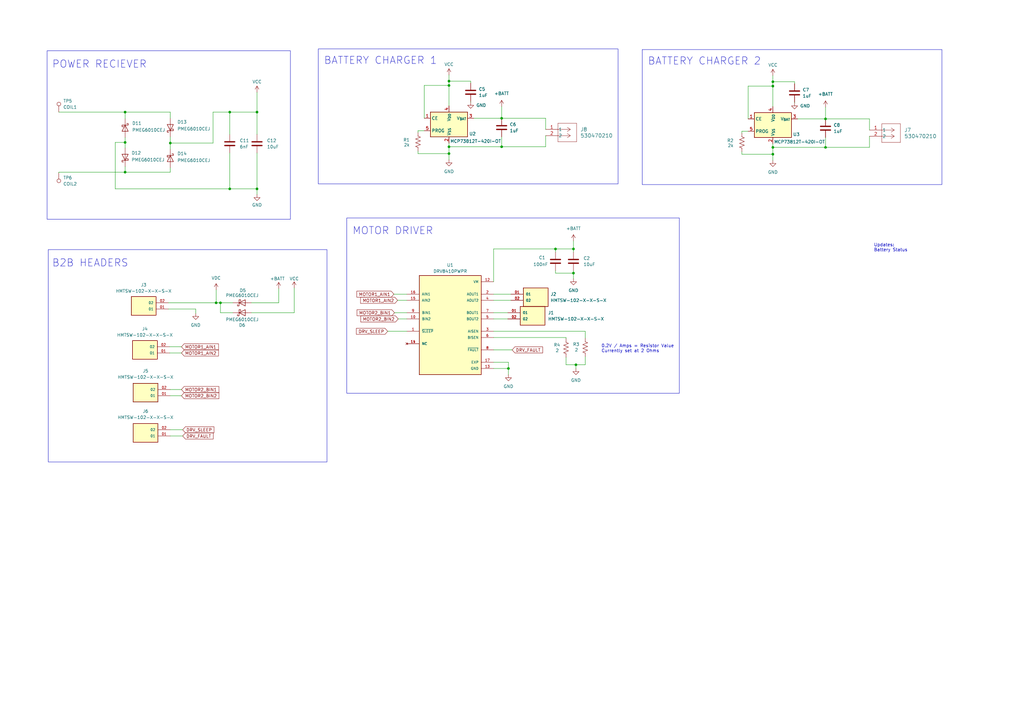
<source format=kicad_sch>
(kicad_sch (version 20230121) (generator eeschema)
  (paper "A3")
  (lib_symbols
    (symbol "53047-0210:530470210" (pin_names (offset 0.254))
      (property "Reference" "J" (at 8.89 6.35 0))
      (property "Value" "530470210" (at 0 0 0))
      (symbol "530470210_1_1"
        (polyline (pts (xy 5.08 -5.08) (xy 12.7 -5.08)) (stroke (width 0.127)))
        (polyline (pts (xy 5.08 2.54) (xy 5.08 -5.08)) (stroke (width 0.127)))
        (polyline (pts (xy 10.16 -2.54) (xy 5.08 -2.54)) (stroke (width 0.127)))
        (polyline (pts (xy 10.16 -2.54) (xy 8.89 -3.3867)) (stroke (width 0.127)))
        (polyline (pts (xy 10.16 -2.54) (xy 8.89 -1.6933)) (stroke (width 0.127)))
        (polyline (pts (xy 10.16 0) (xy 5.08 0)) (stroke (width 0.127)))
        (polyline (pts (xy 10.16 0) (xy 8.89 -0.8467)) (stroke (width 0.127)))
        (polyline (pts (xy 10.16 0) (xy 8.89 0.8467)) (stroke (width 0.127)))
        (polyline (pts (xy 12.7 -5.08) (xy 12.7 2.54)) (stroke (width 0.127)))
        (polyline (pts (xy 12.7 2.54) (xy 5.08 2.54)) (stroke (width 0.127)))
        (pin unspecified line (at 0 0 0) (length 5.08) (name "1") (number "1"))
        (pin unspecified line (at 0 -2.54 0) (length 5.08) (name "2") (number "2"))
      )
      (symbol "530470210_1_2"
        (polyline (pts (xy 5.08 -5.08) (xy 12.7 -5.08)) (stroke (width 0.127)))
        (polyline (pts (xy 5.08 2.54) (xy 5.08 -5.08)) (stroke (width 0.127)))
        (polyline (pts (xy 7.62 -2.54) (xy 5.08 -2.54)) (stroke (width 0.127)))
        (polyline (pts (xy 7.62 -2.54) (xy 8.89 -3.3867)) (stroke (width 0.127)))
        (polyline (pts (xy 7.62 -2.54) (xy 8.89 -1.6933)) (stroke (width 0.127)))
        (polyline (pts (xy 7.62 0) (xy 5.08 0)) (stroke (width 0.127)))
        (polyline (pts (xy 7.62 0) (xy 8.89 -0.8467)) (stroke (width 0.127)))
        (polyline (pts (xy 7.62 0) (xy 8.89 0.8467)) (stroke (width 0.127)))
        (polyline (pts (xy 12.7 -5.08) (xy 12.7 2.54)) (stroke (width 0.127)))
        (polyline (pts (xy 12.7 2.54) (xy 5.08 2.54)) (stroke (width 0.127)))
        (pin unspecified line (at 0 0 0) (length 5.08) (name "1") (number "1"))
        (pin unspecified line (at 0 -2.54 0) (length 5.08) (name "2") (number "2"))
      )
    )
    (symbol "Battery_Management:MCP73812T-420I-OT"
      (property "Reference" "U" (at -6.35 6.35 0))
      (property "Value" "MCP73812T-420I-OT" (at 1.27 6.35 0))
      (symbol "MCP73812T-420I-OT_0_1"
        (rectangle (start -7.62 5.08) (end 7.62 -5.08) (stroke (width 0.254)) (fill (type background)))
      )
      (symbol "MCP73812T-420I-OT_1_1"
        (pin input line (at -10.16 2.54 0) (length 2.54) (name "CE") (number "1"))
        (pin power_in line (at 0 -7.62 90) (length 2.54) (name "V_{SS}") (number "2"))
        (pin power_out line (at 10.16 2.54 180) (length 2.54) (name "V_{BAT}") (number "3"))
        (pin power_in line (at 0 7.62 270) (length 2.54) (name "V_{DD}") (number "4"))
        (pin input line (at -10.16 -2.54 0) (length 2.54) (name "PROG") (number "5"))
      )
    )
    (symbol "Connector:TestPoint" (pin_numbers hide) (pin_names (offset 0.762) hide)
      (property "Reference" "TP" (at 0 6.858 0))
      (property "Value" "TestPoint" (at 0 5.08 0))
      (symbol "TestPoint_0_1"
        (circle (center 0 3.302) (radius 0.762))
      )
      (symbol "TestPoint_1_1"
        (pin passive line (at 0 0 90) (length 2.54) (name "1") (number "1"))
      )
    )
    (symbol "DRV8410PWPR:DRV8410PWPR" (pin_names (offset 1.016))
      (property "Reference" "U" (at -12.7 21.082 0))
      (property "Value" "DRV8410PWPR" (at -12.7 -22.86 0))
      (symbol "DRV8410PWPR_0_0"
        (rectangle (start -12.7 -20.32) (end 12.7 20.32) (stroke (width 0.254)) (fill (type background)))
        (pin input line (at -17.78 -2.54 0) (length 5.08) (name "~{SLEEP}") (number "1"))
        (pin input line (at -17.78 2.54 0) (length 5.08) (name "BIN2") (number "10"))
        (pin no_connect line (at -17.78 -7.62 0) (length 5.08) (name "NC") (number "11"))
        (pin power_in line (at 17.78 17.78 180) (length 5.08) (name "VM") (number "12"))
        (pin power_in line (at 17.78 -17.78 180) (length 5.08) (name "GND") (number "13"))
        (pin no_connect line (at -17.78 -7.62 0) (length 5.08) (name "NC") (number "14"))
        (pin input line (at -17.78 10.16 0) (length 5.08) (name "AIN2") (number "15"))
        (pin input line (at -17.78 12.7 0) (length 5.08) (name "AIN1") (number "16"))
        (pin power_in line (at 17.78 -15.24 180) (length 5.08) (name "EXP") (number "17"))
        (pin output line (at 17.78 12.7 180) (length 5.08) (name "AOUT1") (number "2"))
        (pin output line (at 17.78 -2.54 180) (length 5.08) (name "AISEN") (number "3"))
        (pin output line (at 17.78 10.16 180) (length 5.08) (name "AOUT2") (number "4"))
        (pin output line (at 17.78 2.54 180) (length 5.08) (name "BOUT2") (number "5"))
        (pin output line (at 17.78 -5.08 180) (length 5.08) (name "BISEN") (number "6"))
        (pin output line (at 17.78 5.08 180) (length 5.08) (name "BOUT1") (number "7"))
        (pin output line (at 17.78 -10.16 180) (length 5.08) (name "~{FAULT}") (number "8"))
        (pin input line (at -17.78 5.08 0) (length 5.08) (name "BIN1") (number "9"))
      )
    )
    (symbol "Device:C" (pin_numbers hide) (pin_names (offset 0.254))
      (property "Reference" "C" (at 0.635 2.54 0))
      (property "Value" "C" (at 0.635 -2.54 0))
      (symbol "C_0_1"
        (polyline (pts (xy -2.032 -0.762) (xy 2.032 -0.762)) (stroke (width 0.508)))
        (polyline (pts (xy -2.032 0.762) (xy 2.032 0.762)) (stroke (width 0.508)))
      )
      (symbol "C_1_1"
        (pin passive line (at 0 3.81 270) (length 2.794) (name "~") (number "1"))
        (pin passive line (at 0 -3.81 90) (length 2.794) (name "~") (number "2"))
      )
    )
    (symbol "Device:R_US" (pin_numbers hide) (pin_names (offset 0))
      (property "Reference" "R" (at 2.54 0 90))
      (property "Value" "R_US" (at -2.54 0 90))
      (symbol "R_US_0_1"
        (polyline (pts (xy 0 -2.286) (xy 0 -2.54)))
        (polyline (pts (xy 0 2.286) (xy 0 2.54)))
        (polyline (pts (xy 0 -0.762) (xy 1.016 -1.143) (xy 0 -1.524) (xy -1.016 -1.905) (xy 0 -2.286)))
        (polyline (pts (xy 0 0.762) (xy 1.016 0.381) (xy 0 0) (xy -1.016 -0.381) (xy 0 -0.762)))
        (polyline (pts (xy 0 2.286) (xy 1.016 1.905) (xy 0 1.524) (xy -1.016 1.143) (xy 0 0.762)))
      )
      (symbol "R_US_1_1"
        (pin passive line (at 0 3.81 270) (length 1.27) (name "~") (number "1"))
        (pin passive line (at 0 -3.81 90) (length 1.27) (name "~") (number "2"))
      )
    )
    (symbol "Diode:PMEG6010CEJ" (pin_numbers hide) (pin_names hide)
      (property "Reference" "D" (at 0 2.54 0))
      (property "Value" "PMEG6010CEJ" (at 0 -2.54 0))
      (symbol "PMEG6010CEJ_0_1"
        (polyline (pts (xy 1.27 0) (xy -1.27 0)))
        (polyline (pts (xy 1.27 1.27) (xy 1.27 -1.27) (xy -1.27 0) (xy 1.27 1.27)) (stroke (width 0.2032)))
        (polyline (pts (xy -1.905 0.635) (xy -1.905 1.27) (xy -1.27 1.27) (xy -1.27 -1.27) (xy -0.635 -1.27) (xy -0.635 -0.635)) (stroke (width 0.2032)))
      )
      (symbol "PMEG6010CEJ_1_1"
        (pin passive line (at -3.81 0 0) (length 2.54) (name "K") (number "1"))
        (pin passive line (at 3.81 0 180) (length 2.54) (name "A") (number "2"))
      )
    )
    (symbol "HMTSW-102-X-X-S-X:HMTSW-102-X-X-S-X" (pin_names (offset 1.016))
      (property "Reference" "J" (at -5.08 3.302 0))
      (property "Value" "HMTSW-102-X-X-S-X" (at -5.08 -7.62 0))
      (symbol "HMTSW-102-X-X-S-X_0_0"
        (rectangle (start -5.08 -5.08) (end 5.08 2.54) (stroke (width 0.254)) (fill (type background)))
        (pin passive line (at -10.16 0 0) (length 5.08) (name "01") (number "01"))
        (pin passive line (at -10.16 -2.54 0) (length 5.08) (name "02") (number "02"))
      )
    )
    (symbol "power:+BATT" (power) (pin_names (offset 0))
      (property "Value" "+BATT" (at 0 3.556 0))
      (symbol "+BATT_0_1"
        (polyline (pts (xy -0.762 1.27) (xy 0 2.54)))
        (polyline (pts (xy 0 0) (xy 0 2.54)))
        (polyline (pts (xy 0 2.54) (xy 0.762 1.27)))
      )
      (symbol "+BATT_1_1"
        (pin power_in line (at 0 0 90) (length 0) hide (name "+BATT") (number "1"))
      )
    )
    (symbol "power:GND" (power) (pin_names (offset 0))
      (property "Value" "GND" (at 0 -3.81 0))
      (symbol "GND_0_1"
        (polyline (pts (xy 0 0) (xy 0 -1.27) (xy 1.27 -1.27) (xy 0 -2.54) (xy -1.27 -1.27) (xy 0 -1.27)))
      )
      (symbol "GND_1_1"
        (pin power_in line (at 0 0 270) (length 0) hide (name "GND") (number "1"))
      )
    )
    (symbol "power:VCC" (power) (pin_names (offset 0))
      (property "Value" "VCC" (at 0 3.81 0))
      (symbol "VCC_0_1"
        (polyline (pts (xy -0.762 1.27) (xy 0 2.54)))
        (polyline (pts (xy 0 0) (xy 0 2.54)))
        (polyline (pts (xy 0 2.54) (xy 0.762 1.27)))
      )
      (symbol "VCC_1_1"
        (pin power_in line (at 0 0 90) (length 0) hide (name "VCC") (number "1"))
      )
    )
    (symbol "power:VDC" (power) (pin_names (offset 0))
      (property "Value" "VDC" (at 0 6.35 0))
      (symbol "VDC_0_1"
        (polyline (pts (xy -0.762 1.27) (xy 0 2.54)))
        (polyline (pts (xy 0 0) (xy 0 2.54)))
        (polyline (pts (xy 0 2.54) (xy 0.762 1.27)))
      )
      (symbol "VDC_1_1"
        (pin power_in line (at 0 0 90) (length 0) hide (name "VDC") (number "1"))
      )
    )
  )
  (junction (at 316.992 33.528))
  (junction (at 205.74 60.198))
  (junction (at 338.582 60.452))
  (junction (at 94.234 45.974))
  (junction (at 208.534 151.13))
  (junction (at 235.204 102.108))
  (junction (at 105.41 77.47))
  (junction (at 338.582 48.768))
  (junction (at 227.838 102.108))
  (junction (at 316.992 63.246))
  (junction (at 90.424 124.206))
  (junction (at 51.308 70.612))
  (junction (at 69.85 58.674))
  (junction (at 105.41 45.974))
  (junction (at 94.234 77.47))
  (junction (at 184.15 33.274))
  (junction (at 184.15 60.198))
  (junction (at 236.22 149.606))
  (junction (at 51.308 58.42))
  (junction (at 184.15 62.992))
  (junction (at 205.74 48.514))
  (junction (at 316.992 35.306))
  (junction (at 184.15 35.052))
  (junction (at 316.992 60.452))
  (junction (at 235.204 112.014))
  (junction (at 51.308 45.974))
  (junction (at 88.646 124.206))
  (wire (pts (xy 51.308 58.42) (xy 51.308 60.706)))
  (wire (pts (xy 103.124 124.206) (xy 114.3 124.206)))
  (wire (pts (xy 209.55 120.65) (xy 202.438 120.65)))
  (wire (pts (xy 325.882 33.528) (xy 325.882 34.29)))
  (wire (pts (xy 205.74 48.514) (xy 205.74 43.688)))
  (wire (pts (xy 356.616 48.768) (xy 356.616 53.34)))
  (wire (pts (xy 325.882 41.91) (xy 325.882 42.164)))
  (wire (pts (xy 120.65 128.27) (xy 120.65 118.11)))
  (wire (pts (xy 205.74 48.514) (xy 223.774 48.514)))
  (wire (pts (xy 51.308 70.612) (xy 69.85 70.612)))
  (wire (pts (xy 184.15 30.734) (xy 184.15 33.274)))
  (wire (pts (xy 105.41 37.846) (xy 105.41 45.974)))
  (wire (pts (xy 184.15 62.992) (xy 184.15 60.198)))
  (wire (pts (xy 235.204 102.108) (xy 235.204 103.378)))
  (wire (pts (xy 69.088 124.206) (xy 88.646 124.206)))
  (wire (pts (xy 356.616 60.452) (xy 356.616 55.88)))
  (wire (pts (xy 184.15 33.274) (xy 184.15 35.052)))
  (wire (pts (xy 210.058 143.51) (xy 202.438 143.51)))
  (wire (pts (xy 316.992 35.306) (xy 316.992 43.688)))
  (wire (pts (xy 184.15 60.198) (xy 184.15 58.674)))
  (wire (pts (xy 171.45 61.976) (xy 171.45 62.992)))
  (wire (pts (xy 69.85 70.612) (xy 69.85 68.834)))
  (wire (pts (xy 94.234 62.738) (xy 94.234 77.47)))
  (wire (pts (xy 47.244 77.47) (xy 47.244 58.42)))
  (wire (pts (xy 94.234 45.974) (xy 105.41 45.974)))
  (wire (pts (xy 161.544 120.65) (xy 166.878 120.65)))
  (wire (pts (xy 202.438 135.89) (xy 240.03 135.89)))
  (wire (pts (xy 338.582 56.388) (xy 338.582 60.452)))
  (wire (pts (xy 69.85 58.674) (xy 87.376 58.674)))
  (wire (pts (xy 51.308 45.974) (xy 69.85 45.974)))
  (wire (pts (xy 205.74 60.198) (xy 184.15 60.198)))
  (wire (pts (xy 205.74 60.198) (xy 223.774 60.198)))
  (wire (pts (xy 208.534 148.59) (xy 208.534 151.13)))
  (wire (pts (xy 232.156 149.606) (xy 236.22 149.606)))
  (wire (pts (xy 105.41 62.738) (xy 105.41 77.47)))
  (wire (pts (xy 94.234 55.118) (xy 94.234 45.974)))
  (wire (pts (xy 193.04 41.656) (xy 193.04 41.91)))
  (wire (pts (xy 227.838 102.108) (xy 235.204 102.108)))
  (wire (pts (xy 114.3 124.206) (xy 114.3 118.364)))
  (wire (pts (xy 51.308 58.42) (xy 51.308 56.388)))
  (wire (pts (xy 95.504 128.27) (xy 90.424 128.27)))
  (wire (pts (xy 94.234 45.974) (xy 87.376 45.974)))
  (wire (pts (xy 173.99 35.052) (xy 184.15 35.052)))
  (wire (pts (xy 80.264 126.746) (xy 80.264 128.524)))
  (wire (pts (xy 304.292 63.246) (xy 316.992 63.246)))
  (wire (pts (xy 69.85 61.214) (xy 69.85 58.674)))
  (wire (pts (xy 208.28 130.81) (xy 202.438 130.81)))
  (wire (pts (xy 235.204 110.998) (xy 235.204 112.014)))
  (wire (pts (xy 316.992 33.528) (xy 325.882 33.528)))
  (wire (pts (xy 202.438 102.108) (xy 202.438 115.57)))
  (wire (pts (xy 88.646 124.206) (xy 90.424 124.206)))
  (wire (pts (xy 74.422 159.766) (xy 69.85 159.766)))
  (wire (pts (xy 69.85 45.974) (xy 69.85 48.514)))
  (wire (pts (xy 202.438 102.108) (xy 227.838 102.108)))
  (wire (pts (xy 235.204 98.806) (xy 235.204 102.108)))
  (wire (pts (xy 306.832 35.306) (xy 306.832 48.768)))
  (wire (pts (xy 316.992 60.452) (xy 316.992 58.928)))
  (wire (pts (xy 24.13 45.974) (xy 51.308 45.974)))
  (wire (pts (xy 69.85 58.674) (xy 69.85 56.134)))
  (wire (pts (xy 338.582 60.452) (xy 316.992 60.452)))
  (wire (pts (xy 316.992 65.786) (xy 316.992 63.246)))
  (wire (pts (xy 184.15 33.274) (xy 193.04 33.274)))
  (wire (pts (xy 184.15 65.532) (xy 184.15 62.992)))
  (wire (pts (xy 24.13 70.866) (xy 24.13 70.612)))
  (wire (pts (xy 163.068 123.19) (xy 166.878 123.19)))
  (wire (pts (xy 171.45 62.992) (xy 184.15 62.992)))
  (wire (pts (xy 24.13 70.612) (xy 51.308 70.612)))
  (wire (pts (xy 232.156 138.43) (xy 232.156 138.938)))
  (wire (pts (xy 87.376 45.974) (xy 87.376 58.674)))
  (wire (pts (xy 316.992 33.528) (xy 316.992 35.306)))
  (wire (pts (xy 161.798 128.27) (xy 166.878 128.27)))
  (wire (pts (xy 194.31 48.514) (xy 205.74 48.514)))
  (wire (pts (xy 327.152 48.768) (xy 338.582 48.768)))
  (wire (pts (xy 205.74 56.134) (xy 205.74 60.198)))
  (wire (pts (xy 202.438 138.43) (xy 232.156 138.43)))
  (wire (pts (xy 202.438 148.59) (xy 208.534 148.59)))
  (wire (pts (xy 235.204 112.014) (xy 235.204 114.3)))
  (wire (pts (xy 304.292 53.848) (xy 306.832 53.848)))
  (wire (pts (xy 240.03 146.304) (xy 240.03 149.606)))
  (wire (pts (xy 232.156 146.558) (xy 232.156 149.606)))
  (wire (pts (xy 74.422 144.78) (xy 69.596 144.78)))
  (wire (pts (xy 208.28 128.27) (xy 202.438 128.27)))
  (wire (pts (xy 316.992 63.246) (xy 316.992 60.452)))
  (wire (pts (xy 90.424 124.206) (xy 95.504 124.206)))
  (wire (pts (xy 193.04 33.274) (xy 193.04 34.036)))
  (wire (pts (xy 227.838 102.108) (xy 227.838 103.378)))
  (wire (pts (xy 74.93 178.816) (xy 69.85 178.816)))
  (wire (pts (xy 103.124 128.27) (xy 120.65 128.27)))
  (wire (pts (xy 171.45 53.594) (xy 173.99 53.594)))
  (wire (pts (xy 51.308 68.326) (xy 51.308 70.612)))
  (wire (pts (xy 208.534 151.13) (xy 202.438 151.13)))
  (wire (pts (xy 236.22 149.606) (xy 240.03 149.606)))
  (wire (pts (xy 51.308 48.768) (xy 51.308 45.974)))
  (wire (pts (xy 304.292 54.61) (xy 304.292 53.848)))
  (wire (pts (xy 74.93 176.276) (xy 69.85 176.276)))
  (wire (pts (xy 208.534 153.67) (xy 208.534 151.13)))
  (wire (pts (xy 223.774 60.198) (xy 223.774 55.626)))
  (wire (pts (xy 88.646 118.872) (xy 88.646 124.206)))
  (wire (pts (xy 227.838 110.998) (xy 227.838 112.014)))
  (wire (pts (xy 223.774 48.514) (xy 223.774 53.086)))
  (wire (pts (xy 163.322 130.81) (xy 166.878 130.81)))
  (wire (pts (xy 74.422 142.24) (xy 69.596 142.24)))
  (wire (pts (xy 306.832 35.306) (xy 316.992 35.306)))
  (wire (pts (xy 105.41 79.756) (xy 105.41 77.47)))
  (wire (pts (xy 240.03 135.89) (xy 240.03 138.684)))
  (wire (pts (xy 227.838 112.014) (xy 235.204 112.014)))
  (wire (pts (xy 184.15 35.052) (xy 184.15 43.434)))
  (wire (pts (xy 80.264 126.746) (xy 69.088 126.746)))
  (wire (pts (xy 171.45 54.356) (xy 171.45 53.594)))
  (wire (pts (xy 47.244 58.42) (xy 51.308 58.42)))
  (wire (pts (xy 74.422 162.306) (xy 69.85 162.306)))
  (wire (pts (xy 338.582 60.452) (xy 356.616 60.452)))
  (wire (pts (xy 173.99 35.052) (xy 173.99 48.514)))
  (wire (pts (xy 105.41 77.47) (xy 94.234 77.47)))
  (wire (pts (xy 209.55 123.19) (xy 202.438 123.19)))
  (wire (pts (xy 304.292 62.23) (xy 304.292 63.246)))
  (wire (pts (xy 338.582 48.768) (xy 338.582 43.942)))
  (wire (pts (xy 338.582 48.768) (xy 356.616 48.768)))
  (wire (pts (xy 159.004 135.89) (xy 166.878 135.89)))
  (wire (pts (xy 105.41 45.974) (xy 105.41 55.118)))
  (wire (pts (xy 236.22 149.606) (xy 236.22 151.13)))
  (wire (pts (xy 90.424 128.27) (xy 90.424 124.206)))
  (wire (pts (xy 316.992 30.988) (xy 316.992 33.528)))
  (wire (pts (xy 47.244 77.47) (xy 94.234 77.47)))
  (rectangle (start 19.304 20.828) (end 119.126 89.916))
  (rectangle (start 130.556 20.066) (end 253.492 75.438))
  (rectangle (start 142.24 89.408) (end 278.638 161.29))
  (rectangle (start 19.812 102.362) (end 134.112 189.484))
  (rectangle (start 263.398 20.32) (end 386.334 75.692))
  (text "B2B HEADERS" (at 21.336 109.728 0) (effects (font (size 3 3)) (justify left bottom)))
  (text "BATTERY CHARGER 2" (at 265.684 26.924 0) (effects (font (size 3 3)) (justify left bottom)))
  (text "POWER RECIEVER" (at 21.336 28.194 0) (effects (font (size 3 3)) (justify left bottom)))
  (text "Updates:\nBattery Status" (at 358.394 103.378 0) (effects (font (size 1.27 1.27)) (justify left bottom)))
  (text "MOTOR DRIVER" (at 144.526 96.52 0) (effects (font (size 3 3)) (justify left bottom)))
  (text "BATTERY CHARGER 1" (at 132.842 26.67 0) (effects (font (size 3 3)) (justify left bottom)))
  (text "0.2V / Amps = Resistor Value\nCurrently set at 2 Ohms" (at 246.634 144.78 0) (effects (font (size 1.27 1.27)) (justify left bottom)))
  (global_label "MOTOR2_BIN1" (shape input) (at 74.422 159.766 0) (property "Intersheetrefs" "${INTERSHEET_REFS}" (effects hide)))
  (global_label "DRV_SLEEP" (shape input) (at 159.004 135.89 180) (property "Intersheetrefs" "${INTERSHEET_REFS}" (effects hide)))
  (global_label "DRV_FAULT" (shape input) (at 210.058 143.51 0) (property "Intersheetrefs" "${INTERSHEET_REFS}" (effects hide)))
  (global_label "MOTOR1_AIN2" (shape input) (at 163.068 123.19 180) (property "Intersheetrefs" "${INTERSHEET_REFS}" (effects hide)))
  (global_label "DRV_FAULT" (shape input) (at 74.93 178.816 0) (property "Intersheetrefs" "${INTERSHEET_REFS}" (effects hide)))
  (global_label "MOTOR1_AIN1" (shape input) (at 74.422 142.24 0) (property "Intersheetrefs" "${INTERSHEET_REFS}" (effects hide)))
  (global_label "MOTOR1_AIN1" (shape input) (at 161.544 120.65 180) (property "Intersheetrefs" "${INTERSHEET_REFS}" (effects hide)))
  (global_label "MOTOR1_AIN2" (shape input) (at 74.422 144.78 0) (property "Intersheetrefs" "${INTERSHEET_REFS}" (effects hide)))
  (global_label "MOTOR2_BIN1" (shape input) (at 161.798 128.27 180) (property "Intersheetrefs" "${INTERSHEET_REFS}" (effects hide)))
  (global_label "MOTOR2_BIN2" (shape input) (at 74.422 162.306 0) (property "Intersheetrefs" "${INTERSHEET_REFS}" (effects hide)))
  (global_label "DRV_SLEEP" (shape input) (at 74.93 176.276 0) (property "Intersheetrefs" "${INTERSHEET_REFS}" (effects hide)))
  (global_label "MOTOR2_BIN2" (shape input) (at 163.322 130.81 180) (property "Intersheetrefs" "${INTERSHEET_REFS}" (effects hide)))
  (symbol (lib_id "HMTSW-102-X-X-S-X:HMTSW-102-X-X-S-X") (at 218.44 128.27 0) (unit 1)
    (property "Reference" "J1" (at 224.79 128.27 0) (effects (justify left)))
    (property "Value" "HMTSW-102-X-X-S-X" (at 224.79 130.81 0) (effects (justify left)))
    (property "Footprint" "HMTSW-102-X-X-S-X:SAMTEC_HMTSW-102-X-X-S-X" (effects hide))
    (property "MF" "Samtec" (effects hide))
    (property "Description" "\nConnector Unshrouded Header 2 Position 2.54mm Solder Straight Through Hole\n" (effects hide))
    (property "Package" "None" (effects hide))
    (property "Price" "0.2216" (effects hide))
    (property "Check_prices" "https://www.snapeda.com/parts/HMTSW-102-08-G-S-365/Samtec/view-part/?ref=eda" (effects hide))
    (property "STANDARD" "Manufacturer Recommendations" (effects hide))
    (property "PARTREV" "A" (effects hide))
    (property "SnapEDA_Link" "https://www.snapeda.com/parts/HMTSW-102-08-G-S-365/Samtec/view-part/?ref=snap" (effects hide))
    (property "MP" "HMTSW-102-08-G-S-365" (effects hide))
    (property "Availability" "In Stock" (effects hide))
    (property "MANUFACTURER" "Samtec" (effects hide))
    (property "Mfr" "Samtec" (effects hide))
    (property "Mfr P/N" "HTSW-102-07-T-S" (effects hide))
    (property "Purchase-URL" "https://www.lcsc.com/product-detail/Pin-Headers_Samtec-HTSW-102-07-T-S_C6273326.html" (effects hide))
    (property "Supplier 1" "LCSC" (effects hide))
    (property "Supplier 1 P/N" "C6273326" (effects hide))
  )
  (symbol (lib_id "Device:R_US") (at 171.45 58.166 0) (unit 1)
    (property "Reference" "R1" (at 165.354 57.404 0) (effects (justify left)))
    (property "Value" "2k" (at 165.608 59.436 0) (effects (justify left)))
    (property "Footprint" "Resistor_SMD:R_0201_0603Metric" (effects hide))
    (property "Mfr" "YAGEO" (effects hide))
    (property "Mfr P/N" "RC0201FR-072KL" (effects hide))
    (property "Supplier 1" "LCSC" (effects hide))
    (property "Supplier 1 P/N" "C327392" (effects hide))
    (property "Price" "0.00080" (effects hide))
    (property "Purchase-URL" "https://www.lcsc.com/product-detail/Chip-Resistor-Surface-Mount_YAGEO-RC0201FR-072KL_C327392.html" (effects hide))
  )
  (symbol (lib_id "Device:R_US") (at 232.156 142.748 0) (unit 1)
    (property "Reference" "R4" (at 227.076 141.478 0) (effects (justify left)))
    (property "Value" "2" (at 227.838 143.764 0) (effects (justify left)))
    (property "Footprint" "Resistor_SMD:R_0805_2012Metric" (effects hide))
    (property "Mfr" "YAGEO" (effects hide))
    (property "Mfr P/N" "AC0805FR-072RL" (effects hide))
    (property "Price" "0.0080" (effects hide))
    (property "Purchase-URL" "https://www.lcsc.com/product-detail/Chip-span-style-background-color-ff0-Resistor-span-Surface-Mount_YAGEO-AC0805FR-072RL_C228730.html" (effects hide))
    (property "Supplier 1" "LCSC" (effects hide))
    (property "Supplier 1 P/N" "C228730" (effects hide))
  )
  (symbol (lib_id "Connector:TestPoint") (at 24.13 45.974 0) (unit 1)
    (property "Reference" "TP5" (at 25.908 41.402 0) (effects (justify left)))
    (property "Value" "COIL1" (at 25.908 43.942 0) (effects (justify left)))
    (property "Footprint" "TestPoint:TestPoint_THTPad_2.0x2.0mm_Drill1.0mm" (effects hide))
  )
  (symbol (lib_id "power:VCC") (at 120.65 118.11 0) (unit 1)
    (property "Reference" "#PWR01" (effects hide))
    (property "Value" "VCC" (at 120.65 114.3 0))
  )
  (symbol (lib_id "power:VCC") (at 184.15 30.734 0) (unit 1)
    (property "Reference" "#PWR08" (effects hide))
    (property "Value" "VCC" (at 184.15 26.416 0))
  )
  (symbol (lib_id "power:GND") (at 80.264 128.524 0) (unit 1)
    (property "Reference" "#PWR02" (effects hide))
    (property "Value" "GND" (at 80.264 133.35 0))
  )
  (symbol (lib_id "power:GND") (at 208.534 153.67 0) (unit 1)
    (property "Reference" "#PWR05" (effects hide))
    (property "Value" "GND" (at 208.534 158.496 0))
  )
  (symbol (lib_id "power:+BATT") (at 338.582 43.942 0) (unit 1)
    (property "Reference" "#PWR017" (effects hide))
    (property "Value" "+BATT" (at 338.582 38.608 0))
  )
  (symbol (lib_id "power:VCC") (at 316.992 30.988 0) (unit 1)
    (property "Reference" "#PWR014" (effects hide))
    (property "Value" "VCC" (at 316.992 26.67 0))
  )
  (symbol (lib_id "Battery_Management:MCP73812T-420I-OT") (at 184.15 51.054 0) (unit 1)
    (property "Reference" "U2" (at 193.802 54.864 0))
    (property "Value" "MCP73812T-420I-OT" (at 195.072 57.912 0))
    (property "Footprint" "Package_TO_SOT_SMD:SOT-23-5" (effects hide))
    (property "Datasheet" "http://ww1.microchip.com/downloads/en/DeviceDoc/22036b.pdf" (effects hide))
    (property "Mfr" "Microchip Tech" (effects hide))
    (property "Mfr P/N" "MCP73812T-420I/OT" (effects hide))
    (property "Price" "0.8619" (effects hide))
    (property "Purchase-URL" "https://www.lcsc.com/product-detail/Battery-Management_Microchip-Tech-MCP73812T-420I-OT_C144308.html" (effects hide))
    (property "Supplier 1" "LCSC" (effects hide))
    (property "Supplier 1 P/N" "C144308" (effects hide))
  )
  (symbol (lib_id "Device:R_US") (at 304.292 58.42 0) (unit 1)
    (property "Reference" "R2" (at 298.196 57.658 0) (effects (justify left)))
    (property "Value" "2k" (at 298.45 59.69 0) (effects (justify left)))
    (property "Footprint" "Resistor_SMD:R_0201_0603Metric" (effects hide))
    (property "Mfr" "YAGEO" (effects hide))
    (property "Mfr P/N" "RC0201FR-072KL" (effects hide))
    (property "Supplier 1" "LCSC" (effects hide))
    (property "Supplier 1 P/N" "C327392" (effects hide))
    (property "Price" "0.00080" (effects hide))
    (property "Purchase-URL" "https://www.lcsc.com/product-detail/Chip-Resistor-Surface-Mount_YAGEO-RC0201FR-072KL_C327392.html" (effects hide))
  )
  (symbol (lib_id "power:+BATT") (at 235.204 98.806 0) (unit 1)
    (property "Reference" "#PWR03" (effects hide))
    (property "Value" "+BATT" (at 235.204 93.726 0))
  )
  (symbol (lib_id "power:+BATT") (at 205.74 43.688 0) (unit 1)
    (property "Reference" "#PWR010" (effects hide))
    (property "Value" "+BATT" (at 205.74 38.354 0))
  )
  (symbol (lib_id "power:+BATT") (at 114.3 118.364 0) (unit 1)
    (property "Reference" "#PWR012" (effects hide))
    (property "Value" "+BATT" (at 113.792 114.3 0))
  )
  (symbol (lib_id "HMTSW-102-X-X-S-X:HMTSW-102-X-X-S-X") (at 219.71 120.65 0) (unit 1)
    (property "Reference" "J2" (at 225.806 120.65 0) (effects (justify left)))
    (property "Value" "HMTSW-102-X-X-S-X" (at 225.806 123.19 0) (effects (justify left)))
    (property "Footprint" "HMTSW-102-X-X-S-X:SAMTEC_HMTSW-102-X-X-S-X" (effects hide))
    (property "MF" "Samtec" (effects hide))
    (property "Description" "\nConnector Unshrouded Header 2 Position 2.54mm Solder Straight Through Hole\n" (effects hide))
    (property "Package" "None" (effects hide))
    (property "Price" "0.2216" (effects hide))
    (property "Check_prices" "https://www.snapeda.com/parts/HMTSW-102-08-G-S-365/Samtec/view-part/?ref=eda" (effects hide))
    (property "STANDARD" "Manufacturer Recommendations" (effects hide))
    (property "PARTREV" "A" (effects hide))
    (property "SnapEDA_Link" "https://www.snapeda.com/parts/HMTSW-102-08-G-S-365/Samtec/view-part/?ref=snap" (effects hide))
    (property "MP" "HMTSW-102-08-G-S-365" (effects hide))
    (property "Availability" "In Stock" (effects hide))
    (property "MANUFACTURER" "Samtec" (effects hide))
    (property "Mfr" "Samtec" (effects hide))
    (property "Mfr P/N" "HTSW-102-07-T-S" (effects hide))
    (property "Purchase-URL" "https://www.lcsc.com/product-detail/Pin-Headers_Samtec-HTSW-102-07-T-S_C6273326.html" (effects hide))
    (property "Supplier 1" "LCSC" (effects hide))
    (property "Supplier 1 P/N" "C6273326" (effects hide))
  )
  (symbol (lib_id "Device:C") (at 325.882 38.1 0) (unit 1)
    (property "Reference" "C7" (at 329.184 36.83 0) (effects (justify left)))
    (property "Value" "1uF" (at 329.184 39.37 0) (effects (justify left)))
    (property "Footprint" "Capacitor_SMD:C_0201_0603Metric" (effects hide))
    (property "Mfr" "YAGEO" (effects hide))
    (property "Mfr P/N" "CC0201MRX5R6BB105" (effects hide))
    (property "Price" "0.0042" (effects hide))
    (property "Purchase-URL" "https://www.lcsc.com/product-detail/Multilayer-Ceramic-Capacitors-MLCC-SMD-SMT_YAGEO-CC0201MRX5R6BB105_C605210.html" (effects hide))
    (property "Supplier 1" "LCSC" (effects hide))
    (property "Supplier 1 P/N" "C605210" (effects hide))
  )
  (symbol (lib_id "53047-0210:530470210") (at 356.616 53.34 0) (unit 1)
    (property "Reference" "J7" (at 370.84 53.34 0) (effects (font (size 1.524 1.524)) (justify left)))
    (property "Value" "530470210" (at 370.84 55.88 0) (effects (font (size 1.524 1.524)) (justify left)))
    (property "Footprint" "CON_530470210_MOL" (effects hide))
    (property "Datasheet" "530470210" (effects hide))
    (property "Mfr" "MOLEX" (effects hide))
    (property "Mfr P/N" "530470210" (effects hide))
    (property "Price" "0.0844" (effects hide))
    (property "Purchase-URL" "https://www.lcsc.com/product-detail/Wire-To-Board-Connector_MOLEX-530470210_C114130.html" (effects hide))
    (property "Supplier 1" "LCSC" (effects hide))
    (property "Supplier 1 P/N" "C114130" (effects hide))
  )
  (symbol (lib_id "Device:C") (at 338.582 52.578 0) (unit 1)
    (property "Reference" "C8" (at 341.884 51.308 0) (effects (justify left)))
    (property "Value" "1uF" (at 341.884 53.848 0) (effects (justify left)))
    (property "Footprint" "Capacitor_SMD:C_0201_0603Metric" (effects hide))
    (property "Mfr" "YAGEO" (effects hide))
    (property "Mfr P/N" "CC0201MRX5R6BB105" (effects hide))
    (property "Price" "0.0042" (effects hide))
    (property "Purchase-URL" "https://www.lcsc.com/product-detail/Multilayer-Ceramic-Capacitors-MLCC-SMD-SMT_YAGEO-CC0201MRX5R6BB105_C605210.html" (effects hide))
    (property "Supplier 1" "LCSC" (effects hide))
    (property "Supplier 1 P/N" "C605210" (effects hide))
  )
  (symbol (lib_id "power:GND") (at 193.04 41.91 0) (unit 1)
    (property "Reference" "#PWR09" (effects hide))
    (property "Value" "GND" (at 197.358 43.18 0))
  )
  (symbol (lib_id "Diode:PMEG6010CEJ") (at 69.85 65.024 270) (unit 1)
    (property "Reference" "D14" (at 74.676 62.992 90))
    (property "Value" "PMEG6010CEJ" (at 79.502 65.786 90))
    (property "Footprint" "Diode_SMD:D_SOD-323F" (effects hide))
    (property "Datasheet" "https://assets.nexperia.com/documents/data-sheet/PMEG6010CEH_PMEG6010CEJ.pdf" (effects hide))
    (property "Mfr" "DOWO" (effects hide))
    (property "Mfr P/N" "PMEG6010CEJ" (effects hide))
    (property "Price" "0.0159" (effects hide))
    (property "Purchase-URL" "https://www.lcsc.com/product-detail/Schottky-Diodes_DOWO-PMEG6010CEJ_C27636122.html" (effects hide))
    (property "Supplier 1" "LCSC" (effects hide))
    (property "Supplier 1 P/N" "C27636122" (effects hide))
  )
  (symbol (lib_id "power:VDC") (at 88.646 118.872 0) (unit 1)
    (property "Reference" "#PWR013" (effects hide))
    (property "Value" "VDC" (at 88.646 114.046 0))
  )
  (symbol (lib_id "Device:C") (at 94.234 58.928 0) (unit 1)
    (property "Reference" "C11" (at 98.298 57.658 0) (effects (justify left)))
    (property "Value" "6nF" (at 98.298 60.198 0) (effects (justify left)))
    (property "Footprint" "Capacitor_SMD:C_0805_2012Metric" (effects hide))
  )
  (symbol (lib_id "power:GND") (at 316.992 65.786 0) (unit 1)
    (property "Reference" "#PWR015" (effects hide))
    (property "Value" "GND" (at 316.992 70.612 0))
  )
  (symbol (lib_id "Connector:TestPoint") (at 24.13 70.866 180) (unit 1)
    (property "Reference" "TP6" (at 25.908 72.898 0) (effects (justify right)))
    (property "Value" "COIL2" (at 25.908 75.438 0) (effects (justify right)))
    (property "Footprint" "TestPoint:TestPoint_THTPad_2.0x2.0mm_Drill1.0mm" (effects hide))
  )
  (symbol (lib_id "DRV8410PWPR:DRV8410PWPR") (at 184.658 133.35 0) (unit 1)
    (property "Reference" "U1" (at 184.658 108.712 0))
    (property "Value" "DRV8410PWPR" (at 184.658 111.252 0))
    (property "Footprint" "DRV8410PWPR:IC_DRV8410PWPR" (effects hide))
    (property "MF" "Texas Instruments" (effects hide))
    (property "MAXIMUM_PACKAGE_HEIGHT" "1.2mm" (effects hide))
    (property "Package" "PowerTSSOP-16 Texas Instruments" (effects hide))
    (property "Price" "1.9877" (effects hide))
    (property "Check_prices" "https://www.snapeda.com/parts/DRV8410PWPR/Texas+Instruments/view-part/?ref=eda" (effects hide))
    (property "STANDARD" "Manufacturer Recommendations" (effects hide))
    (property "PARTREV" "B" (effects hide))
    (property "SnapEDA_Link" "https://www.snapeda.com/parts/DRV8410PWPR/Texas+Instruments/view-part/?ref=snap" (effects hide))
    (property "MP" "DRV8410PWPR" (effects hide))
    (property "Purchase-URL" "https://www.lcsc.com/product-detail/New-Arrivals_Texas-Instruments-DRV8410PWPR_C7264874.html" (effects hide))
    (property "Description" "\n1.65-V to 11-V, 2.5-A, dual H-bridge motor driver with current regulation\n" (effects hide))
    (property "Availability" "In Stock" (effects hide))
    (property "MANUFACTURER" "Texas Instruments" (effects hide))
    (property "Mfr" "Texas Instruments" (effects hide))
    (property "Mfr P/N" "DRV8410PWPR" (effects hide))
    (property "Supplier 1" "LCSC" (effects hide))
    (property "Supplier 1 P/N" "C7264874" (effects hide))
  )
  (symbol (lib_id "power:GND") (at 235.204 114.3 0) (unit 1)
    (property "Reference" "#PWR04" (effects hide))
    (property "Value" "GND" (at 235.204 119.126 0))
  )
  (symbol (lib_id "power:GND") (at 325.882 42.164 0) (unit 1)
    (property "Reference" "#PWR016" (effects hide))
    (property "Value" "GND" (at 330.2 43.434 0))
  )
  (symbol (lib_id "HMTSW-102-X-X-S-X:HMTSW-102-X-X-S-X") (at 59.69 178.816 180) (unit 1)
    (property "Reference" "J6" (at 59.69 168.656 0))
    (property "Value" "HMTSW-102-X-X-S-X" (at 59.69 171.196 0))
    (property "Footprint" "HMTSW-102-X-X-S-X:SAMTEC_HMTSW-102-X-X-S-X" (effects hide))
    (property "MF" "Samtec" (effects hide))
    (property "Description" "\nConnector Unshrouded Header 2 Position 2.54mm Solder Straight Through Hole\n" (effects hide))
    (property "Package" "None" (effects hide))
    (property "Price" "0.2216" (effects hide))
    (property "Check_prices" "https://www.snapeda.com/parts/HMTSW-102-08-G-S-365/Samtec/view-part/?ref=eda" (effects hide))
    (property "STANDARD" "Manufacturer Recommendations" (effects hide))
    (property "PARTREV" "A" (effects hide))
    (property "SnapEDA_Link" "https://www.snapeda.com/parts/HMTSW-102-08-G-S-365/Samtec/view-part/?ref=snap" (effects hide))
    (property "MP" "HMTSW-102-08-G-S-365" (effects hide))
    (property "Availability" "In Stock" (effects hide))
    (property "MANUFACTURER" "Samtec" (effects hide))
    (property "Mfr" "Samtec" (effects hide))
    (property "Mfr P/N" "HTSW-102-07-T-S" (effects hide))
    (property "Purchase-URL" "https://www.lcsc.com/product-detail/Pin-Headers_Samtec-HTSW-102-07-T-S_C6273326.html" (effects hide))
    (property "Supplier 1" "LCSC" (effects hide))
    (property "Supplier 1 P/N" "C6273326" (effects hide))
  )
  (symbol (lib_id "Battery_Management:MCP73812T-420I-OT") (at 316.992 51.308 0) (unit 1)
    (property "Reference" "U3" (at 326.644 55.118 0))
    (property "Value" "MCP73812T-420I-OT" (at 327.914 58.166 0))
    (property "Footprint" "Package_TO_SOT_SMD:SOT-23-5" (effects hide))
    (property "Datasheet" "http://ww1.microchip.com/downloads/en/DeviceDoc/22036b.pdf" (effects hide))
    (property "Mfr" "Microchip Tech" (effects hide))
    (property "Mfr P/N" "MCP73812T-420I/OT" (effects hide))
    (property "Price" "0.8619" (effects hide))
    (property "Purchase-URL" "https://www.lcsc.com/product-detail/Battery-Management_Microchip-Tech-MCP73812T-420I-OT_C144308.html" (effects hide))
    (property "Supplier 1" "LCSC" (effects hide))
    (property "Supplier 1 P/N" "C144308" (effects hide))
  )
  (symbol (lib_id "power:GND") (at 105.41 79.756 0) (unit 1)
    (property "Reference" "#PWR021" (effects hide))
    (property "Value" "GND" (at 105.41 84.074 0))
  )
  (symbol (lib_id "Device:C") (at 105.41 58.928 0) (unit 1)
    (property "Reference" "C12" (at 109.474 57.658 0) (effects (justify left)))
    (property "Value" "10uF" (at 109.474 60.198 0) (effects (justify left)))
    (property "Footprint" "Capacitor_SMD:C_0805_2012Metric" (effects hide))
    (property "Mfr" "Samsung Electro-Mechanics" (effects hide))
    (property "Mfr P/N" "CL21A106KAYNNNE" (effects hide))
    (property "Price" "0.0102" (effects hide))
    (property "Purchase-URL" "https://www.lcsc.com/product-detail/Multilayer-Ceramic-Capacitors-MLCC-SMD-SMT_Samsung-Electro-Mechanics-CL21A106KAYNNNE_C15850.html" (effects hide))
    (property "Supplier 1" "LCSC" (effects hide))
    (property "Supplier 1 P/N" "C15850" (effects hide))
  )
  (symbol (lib_id "Diode:PMEG6010CEJ") (at 69.85 52.324 90) (unit 1)
    (property "Reference" "D13" (at 74.676 50.038 90))
    (property "Value" "PMEG6010CEJ" (at 79.502 52.832 90))
    (property "Footprint" "Diode_SMD:D_SOD-323F" (effects hide))
    (property "Datasheet" "https://assets.nexperia.com/documents/data-sheet/PMEG6010CEH_PMEG6010CEJ.pdf" (effects hide))
    (property "Mfr" "DOWO" (effects hide))
    (property "Mfr P/N" "PMEG6010CEJ" (effects hide))
    (property "Price" "0.0159" (effects hide))
    (property "Purchase-URL" "https://www.lcsc.com/product-detail/Schottky-Diodes_DOWO-PMEG6010CEJ_C27636122.html" (effects hide))
    (property "Supplier 1" "LCSC" (effects hide))
    (property "Supplier 1 P/N" "C27636122" (effects hide))
  )
  (symbol (lib_id "Device:R_US") (at 240.03 142.494 0) (unit 1)
    (property "Reference" "R3" (at 234.95 141.224 0) (effects (justify left)))
    (property "Value" "2" (at 235.712 143.51 0) (effects (justify left)))
    (property "Footprint" "Resistor_SMD:R_0805_2012Metric" (effects hide))
    (property "Mfr" "YAGEO" (effects hide))
    (property "Mfr P/N" "AC0805FR-072RL" (effects hide))
    (property "Price" "0.0080" (effects hide))
    (property "Purchase-URL" "https://www.lcsc.com/product-detail/Chip-span-style-background-color-ff0-Resistor-span-Surface-Mount_YAGEO-AC0805FR-072RL_C228730.html" (effects hide))
    (property "Supplier 1" "LCSC" (effects hide))
    (property "Supplier 1 P/N" "C228730" (effects hide))
  )
  (symbol (lib_id "Device:C") (at 205.74 52.324 0) (unit 1)
    (property "Reference" "C6" (at 209.042 51.054 0) (effects (justify left)))
    (property "Value" "1uF" (at 209.042 53.594 0) (effects (justify left)))
    (property "Footprint" "Capacitor_SMD:C_0201_0603Metric" (effects hide))
    (property "Mfr" "YAGEO" (effects hide))
    (property "Mfr P/N" "CC0201MRX5R6BB105" (effects hide))
    (property "Price" "0.0042" (effects hide))
    (property "Purchase-URL" "https://www.lcsc.com/product-detail/Multilayer-Ceramic-Capacitors-MLCC-SMD-SMT_YAGEO-CC0201MRX5R6BB105_C605210.html" (effects hide))
    (property "Supplier 1" "LCSC" (effects hide))
    (property "Supplier 1 P/N" "C605210" (effects hide))
  )
  (symbol (lib_id "power:GND") (at 236.22 151.13 0) (unit 1)
    (property "Reference" "#PWR018" (effects hide))
    (property "Value" "GND" (at 236.22 155.956 0))
  )
  (symbol (lib_id "Diode:PMEG6010CEJ") (at 51.308 64.516 90) (unit 1)
    (property "Reference" "D12" (at 55.88 62.738 90))
    (property "Value" "PMEG6010CEJ" (at 60.706 65.532 90))
    (property "Footprint" "Diode_SMD:D_SOD-323F" (effects hide))
    (property "Datasheet" "https://assets.nexperia.com/documents/data-sheet/PMEG6010CEH_PMEG6010CEJ.pdf" (effects hide))
    (property "Mfr" "DOWO" (effects hide))
    (property "Mfr P/N" "PMEG6010CEJ" (effects hide))
    (property "Price" "0.0159" (effects hide))
    (property "Purchase-URL" "https://www.lcsc.com/product-detail/Schottky-Diodes_DOWO-PMEG6010CEJ_C27636122.html" (effects hide))
    (property "Supplier 1" "LCSC" (effects hide))
    (property "Supplier 1 P/N" "C27636122" (effects hide))
  )
  (symbol (lib_id "power:GND") (at 184.15 65.532 0) (unit 1)
    (property "Reference" "#PWR011" (effects hide))
    (property "Value" "GND" (at 184.15 70.358 0))
  )
  (symbol (lib_id "53047-0210:530470210") (at 223.774 53.086 0) (unit 1)
    (property "Reference" "J8" (at 237.998 53.086 0) (effects (font (size 1.524 1.524)) (justify left)))
    (property "Value" "530470210" (at 237.998 55.626 0) (effects (font (size 1.524 1.524)) (justify left)))
    (property "Footprint" "CON_530470210_MOL" (effects hide))
    (property "Datasheet" "530470210" (effects hide))
    (property "Mfr" "MOLEX" (effects hide))
    (property "Mfr P/N" "530470210" (effects hide))
    (property "Price" "0.0844" (effects hide))
    (property "Purchase-URL" "https://www.lcsc.com/product-detail/Wire-To-Board-Connector_MOLEX-530470210_C114130.html" (effects hide))
    (property "Supplier 1" "LCSC" (effects hide))
    (property "Supplier 1 P/N" "C114130" (effects hide))
  )
  (symbol (lib_id "HMTSW-102-X-X-S-X:HMTSW-102-X-X-S-X") (at 59.436 144.78 180) (unit 1)
    (property "Reference" "J4" (at 59.436 134.874 0))
    (property "Value" "HMTSW-102-X-X-S-X" (at 59.436 137.414 0))
    (property "Footprint" "HMTSW-102-X-X-S-X:SAMTEC_HMTSW-102-X-X-S-X" (effects hide))
    (property "MF" "Samtec" (effects hide))
    (property "Description" "\nConnector Unshrouded Header 2 Position 2.54mm Solder Straight Through Hole\n" (effects hide))
    (property "Package" "None" (effects hide))
    (property "Price" "0.2216" (effects hide))
    (property "Check_prices" "https://www.snapeda.com/parts/HMTSW-102-08-G-S-365/Samtec/view-part/?ref=eda" (effects hide))
    (property "STANDARD" "Manufacturer Recommendations" (effects hide))
    (property "PARTREV" "A" (effects hide))
    (property "SnapEDA_Link" "https://www.snapeda.com/parts/HMTSW-102-08-G-S-365/Samtec/view-part/?ref=snap" (effects hide))
    (property "MP" "HMTSW-102-08-G-S-365" (effects hide))
    (property "Availability" "In Stock" (effects hide))
    (property "MANUFACTURER" "Samtec" (effects hide))
    (property "Mfr" "Samtec" (effects hide))
    (property "Mfr P/N" "HTSW-102-07-T-S" (effects hide))
    (property "Purchase-URL" "https://www.lcsc.com/product-detail/Pin-Headers_Samtec-HTSW-102-07-T-S_C6273326.html" (effects hide))
    (property "Supplier 1" "LCSC" (effects hide))
    (property "Supplier 1 P/N" "C6273326" (effects hide))
  )
  (symbol (lib_id "power:VCC") (at 105.41 37.846 0) (unit 1)
    (property "Reference" "#PWR022" (effects hide))
    (property "Value" "VCC" (at 105.41 33.528 0))
  )
  (symbol (lib_id "Diode:PMEG6010CEJ") (at 99.314 124.206 0) (mirror x) (unit 1)
    (property "Reference" "D5" (at 99.568 119.126 0))
    (property "Value" "PMEG6010CEJ" (at 99.314 121.158 0))
    (property "Footprint" "Diode_SMD:D_SOD-323F" (effects hide))
    (property "Datasheet" "https://assets.nexperia.com/documents/data-sheet/PMEG6010CEH_PMEG6010CEJ.pdf" (effects hide))
    (property "Mfr" "DOWO" (effects hide))
    (property "Mfr P/N" "PMEG6010CEJ" (effects hide))
    (property "Price" "0.0159" (effects hide))
    (property "Purchase-URL" "https://www.lcsc.com/product-detail/Schottky-Diodes_DOWO-PMEG6010CEJ_C27636122.html" (effects hide))
    (property "Supplier 1" "LCSC" (effects hide))
    (property "Supplier 1 P/N" "C27636122" (effects hide))
  )
  (symbol (lib_id "HMTSW-102-X-X-S-X:HMTSW-102-X-X-S-X") (at 59.69 162.306 180) (unit 1)
    (property "Reference" "J5" (at 59.69 152.146 0))
    (property "Value" "HMTSW-102-X-X-S-X" (at 59.69 154.686 0))
    (property "Footprint" "HMTSW-102-X-X-S-X:SAMTEC_HMTSW-102-X-X-S-X" (effects hide))
    (property "MF" "Samtec" (effects hide))
    (property "Description" "\nConnector Unshrouded Header 2 Position 2.54mm Solder Straight Through Hole\n" (effects hide))
    (property "Package" "None" (effects hide))
    (property "Price" "0.2216" (effects hide))
    (property "Check_prices" "https://www.snapeda.com/parts/HMTSW-102-08-G-S-365/Samtec/view-part/?ref=eda" (effects hide))
    (property "STANDARD" "Manufacturer Recommendations" (effects hide))
    (property "PARTREV" "A" (effects hide))
    (property "SnapEDA_Link" "https://www.snapeda.com/parts/HMTSW-102-08-G-S-365/Samtec/view-part/?ref=snap" (effects hide))
    (property "MP" "HMTSW-102-08-G-S-365" (effects hide))
    (property "Availability" "In Stock" (effects hide))
    (property "MANUFACTURER" "Samtec" (effects hide))
    (property "Mfr" "Samtec" (effects hide))
    (property "Mfr P/N" "HTSW-102-07-T-S" (effects hide))
    (property "Purchase-URL" "https://www.lcsc.com/product-detail/Pin-Headers_Samtec-HTSW-102-07-T-S_C6273326.html" (effects hide))
    (property "Supplier 1" "LCSC" (effects hide))
    (property "Supplier 1 P/N" "C6273326" (effects hide))
  )
  (symbol (lib_id "Diode:PMEG6010CEJ") (at 51.308 52.578 270) (unit 1)
    (property "Reference" "D11" (at 56.134 50.546 90))
    (property "Value" "PMEG6010CEJ" (at 60.96 53.34 90))
    (property "Footprint" "Diode_SMD:D_SOD-323F" (effects hide))
    (property "Datasheet" "https://assets.nexperia.com/documents/data-sheet/PMEG6010CEH_PMEG6010CEJ.pdf" (effects hide))
    (property "Mfr" "DOWO" (effects hide))
    (property "Mfr P/N" "PMEG6010CEJ" (effects hide))
    (property "Price" "0.0159" (effects hide))
    (property "Purchase-URL" "https://www.lcsc.com/product-detail/Schottky-Diodes_DOWO-PMEG6010CEJ_C27636122.html" (effects hide))
    (property "Supplier 1" "LCSC" (effects hide))
    (property "Supplier 1 P/N" "C27636122" (effects hide))
  )
  (symbol (lib_id "Device:C") (at 193.04 37.846 0) (unit 1)
    (property "Reference" "C5" (at 196.342 36.576 0) (effects (justify left)))
    (property "Value" "1uF" (at 196.342 39.116 0) (effects (justify left)))
    (property "Footprint" "Capacitor_SMD:C_0201_0603Metric" (effects hide))
    (property "Mfr" "YAGEO" (effects hide))
    (property "Mfr P/N" "CC0201MRX5R6BB105" (effects hide))
    (property "Price" "0.0042" (effects hide))
    (property "Purchase-URL" "https://www.lcsc.com/product-detail/Multilayer-Ceramic-Capacitors-MLCC-SMD-SMT_YAGEO-CC0201MRX5R6BB105_C605210.html" (effects hide))
    (property "Supplier 1" "LCSC" (effects hide))
    (property "Supplier 1 P/N" "C605210" (effects hide))
  )
  (symbol (lib_id "Diode:PMEG6010CEJ") (at 99.314 128.27 0) (mirror x) (unit 1)
    (property "Reference" "D6" (at 99.314 133.35 0))
    (property "Value" "PMEG6010CEJ" (at 99.314 131.064 0))
    (property "Footprint" "Diode_SMD:D_SOD-323F" (effects hide))
    (property "Datasheet" "https://assets.nexperia.com/documents/data-sheet/PMEG6010CEH_PMEG6010CEJ.pdf" (effects hide))
    (property "Mfr" "DOWO" (effects hide))
    (property "Mfr P/N" "PMEG6010CEJ" (effects hide))
    (property "Price" "0.0159" (effects hide))
    (property "Purchase-URL" "https://www.lcsc.com/product-detail/Schottky-Diodes_DOWO-PMEG6010CEJ_C27636122.html" (effects hide))
    (property "Supplier 1" "LCSC" (effects hide))
    (property "Supplier 1 P/N" "C27636122" (effects hide))
  )
  (symbol (lib_id "HMTSW-102-X-X-S-X:HMTSW-102-X-X-S-X") (at 58.928 126.746 180) (unit 1)
    (property "Reference" "J3" (at 58.928 116.84 0))
    (property "Value" "HMTSW-102-X-X-S-X" (at 58.928 119.38 0))
    (property "Footprint" "HMTSW-102-X-X-S-X:SAMTEC_HMTSW-102-X-X-S-X" (effects hide))
    (property "MF" "Samtec" (effects hide))
    (property "Description" "\nConnector Unshrouded Header 2 Position 2.54mm Solder Straight Through Hole\n" (effects hide))
    (property "Package" "None" (effects hide))
    (property "Price" "0.2216" (effects hide))
    (property "Check_prices" "https://www.snapeda.com/parts/HMTSW-102-08-G-S-365/Samtec/view-part/?ref=eda" (effects hide))
    (property "STANDARD" "Manufacturer Recommendations" (effects hide))
    (property "PARTREV" "A" (effects hide))
    (property "SnapEDA_Link" "https://www.snapeda.com/parts/HMTSW-102-08-G-S-365/Samtec/view-part/?ref=snap" (effects hide))
    (property "MP" "HMTSW-102-08-G-S-365" (effects hide))
    (property "Availability" "In Stock" (effects hide))
    (property "MANUFACTURER" "Samtec" (effects hide))
    (property "Mfr" "Samtec" (effects hide))
    (property "Mfr P/N" "HTSW-102-07-T-S" (effects hide))
    (property "Purchase-URL" "https://www.lcsc.com/product-detail/Pin-Headers_Samtec-HTSW-102-07-T-S_C6273326.html" (effects hide))
    (property "Supplier 1" "LCSC" (effects hide))
    (property "Supplier 1 P/N" "C6273326" (effects hide))
  )
  (symbol (lib_id "Device:C") (at 227.838 107.188 0) (unit 1)
    (property "Reference" "C1" (at 220.98 105.664 0) (effects (justify left)))
    (property "Value" "100nF" (at 218.694 108.458 0) (effects (justify left)))
    (property "Footprint" "Capacitor_SMD:C_01005_0402Metric" (effects hide))
    (property "Mfr" "YAGEO" (effects hide))
    (property "Mfr P/N" "CC0402KRX7R7BB104" (effects hide))
    (property "Price" "0.0009" (effects hide))
    (property "Purchase-URL" "https://www.lcsc.com/product-detail/Multilayer-Ceramic-Capacitors-MLCC-SMD-SMT_YAGEO-CC0402KRX7R7BB104_C60474.html" (effects hide))
    (property "Supplier 1" "LCSC" (effects hide))
    (property "Supplier 1 P/N" "C60474" (effects hide))
  )
  (symbol (lib_id "Device:C") (at 235.204 107.188 0) (unit 1)
    (property "Reference" "C2" (at 239.268 105.918 0) (effects (justify left)))
    (property "Value" "10uF" (at 239.268 108.458 0) (effects (justify left)))
    (property "Footprint" "Capacitor_THT:CP_Radial_D5.0mm_P2.00mm" (effects hide))
    (property "Mfr" "SamYoung Electronics" (effects hide))
    (property "Mfr P/N" "NXB16V10M5*11 2.5TP" (effects hide))
    (property "Price" "0.0613" (effects hide))
    (property "Purchase-URL" "https://www.lcsc.com/product-detail/Aluminum-Electrolytic-Capacitors-Leaded_SamYoung-Electronics-NXB16V10M5-11-2-5TP_C346926.html" (effects hide))
    (property "Supplier 1" "LCSC" (effects hide))
    (property "Supplier 1 P/N" "C346926" (effects hide))
  )
)
</source>
